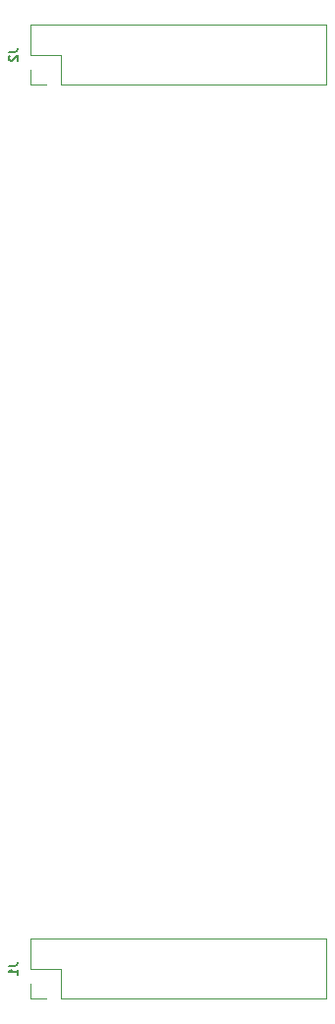
<source format=gbr>
G04 #@! TF.GenerationSoftware,KiCad,Pcbnew,9.99.0-unknown-d5f02ba7bc~182~ubuntu22.04.1*
G04 #@! TF.CreationDate,2025-03-17T15:10:36+01:00*
G04 #@! TF.ProjectId,rfid-reader,72666964-2d72-4656-9164-65722e6b6963,rev?*
G04 #@! TF.SameCoordinates,Original*
G04 #@! TF.FileFunction,Legend,Bot*
G04 #@! TF.FilePolarity,Positive*
%FSLAX46Y46*%
G04 Gerber Fmt 4.6, Leading zero omitted, Abs format (unit mm)*
G04 Created by KiCad (PCBNEW 9.99.0-unknown-d5f02ba7bc~182~ubuntu22.04.1) date 2025-03-17 15:10:36*
%MOMM*%
%LPD*%
G01*
G04 APERTURE LIST*
%ADD10C,0.150000*%
%ADD11C,0.120000*%
G04 APERTURE END LIST*
D10*
X78099164Y-145800000D02*
X78634878Y-145800000D01*
X78634878Y-145800000D02*
X78742021Y-145764285D01*
X78742021Y-145764285D02*
X78813450Y-145692857D01*
X78813450Y-145692857D02*
X78849164Y-145585714D01*
X78849164Y-145585714D02*
X78849164Y-145514285D01*
X78849164Y-146550000D02*
X78849164Y-146121429D01*
X78849164Y-146335714D02*
X78099164Y-146335714D01*
X78099164Y-146335714D02*
X78206307Y-146264286D01*
X78206307Y-146264286D02*
X78277735Y-146192857D01*
X78277735Y-146192857D02*
X78313450Y-146121429D01*
X78099164Y-67060000D02*
X78634878Y-67060000D01*
X78634878Y-67060000D02*
X78742021Y-67024285D01*
X78742021Y-67024285D02*
X78813450Y-66952857D01*
X78813450Y-66952857D02*
X78849164Y-66845714D01*
X78849164Y-66845714D02*
X78849164Y-66774285D01*
X78170592Y-67381429D02*
X78134878Y-67417143D01*
X78134878Y-67417143D02*
X78099164Y-67488572D01*
X78099164Y-67488572D02*
X78099164Y-67667143D01*
X78099164Y-67667143D02*
X78134878Y-67738572D01*
X78134878Y-67738572D02*
X78170592Y-67774286D01*
X78170592Y-67774286D02*
X78242021Y-67810000D01*
X78242021Y-67810000D02*
X78313450Y-67810000D01*
X78313450Y-67810000D02*
X78420592Y-67774286D01*
X78420592Y-67774286D02*
X78849164Y-67345714D01*
X78849164Y-67345714D02*
X78849164Y-67810000D01*
D11*
X79950000Y-143450000D02*
X79950000Y-146050000D01*
X79950000Y-143450000D02*
X105470000Y-143450000D01*
X79950000Y-146050000D02*
X82550000Y-146050000D01*
X79950000Y-147320000D02*
X79950000Y-148650000D01*
X79950000Y-148650000D02*
X81280000Y-148650000D01*
X82550000Y-146050000D02*
X82550000Y-148650000D01*
X82550000Y-148650000D02*
X105470000Y-148650000D01*
X105470000Y-143450000D02*
X105470000Y-148650000D01*
X79950000Y-64710000D02*
X79950000Y-67310000D01*
X79950000Y-64710000D02*
X105470000Y-64710000D01*
X79950000Y-67310000D02*
X82550000Y-67310000D01*
X79950000Y-68580000D02*
X79950000Y-69910000D01*
X79950000Y-69910000D02*
X81280000Y-69910000D01*
X82550000Y-67310000D02*
X82550000Y-69910000D01*
X82550000Y-69910000D02*
X105470000Y-69910000D01*
X105470000Y-64710000D02*
X105470000Y-69910000D01*
M02*

</source>
